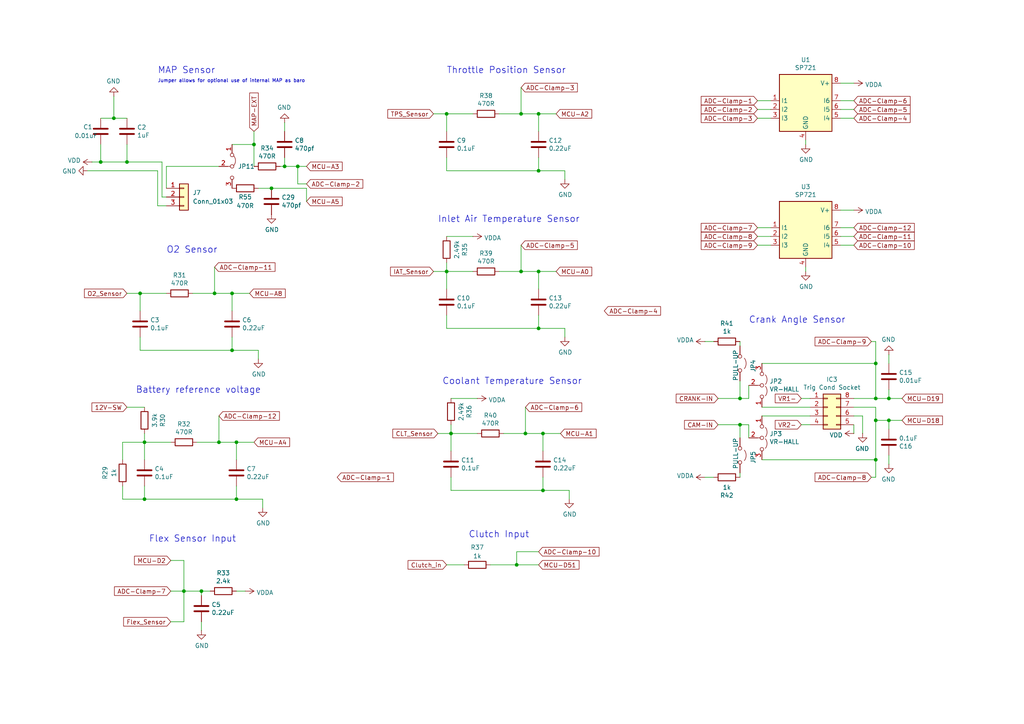
<source format=kicad_sch>
(kicad_sch (version 20250114) (generator "eeschema") (generator_version "9.0")
  (paper "A4")
  (title_block (title "0.4") (date "2021-03-27") (rev "4d") (company "Speeduino"))
  (lib_symbols
    (symbol "Connector_Generic:Conn_01x03" (pin_names (offset 1.016) (hide yes))
      (property "Reference" "J" (at 0 5.08 0))
      (property "Value" "Conn_01x03" (at 0 -5.08 0))
      (symbol "Conn_01x03_1_1"
        (rectangle (start -1.27 3.81) (end 1.27 -3.81) (stroke (width 0.254)) (fill (type background)))
        (rectangle (start -1.27 2.667) (end 0 2.413) (stroke (width 0.1524)))
        (rectangle (start -1.27 0.127) (end 0 -0.127) (stroke (width 0.1524)))
        (rectangle (start -1.27 -2.413) (end 0 -2.667) (stroke (width 0.1524)))
        (pin passive line (at -5.08 2.54 0) (length 3.81) (name "Pin_1") (number "1"))
        (pin passive line (at -5.08 0 0) (length 3.81) (name "Pin_2") (number "2"))
        (pin passive line (at -5.08 -2.54 0) (length 3.81) (name "Pin_3") (number "3"))
      )
    )
    (symbol "Connector_Generic:Conn_02x04_Counter_Clockwise" (pin_names (offset 1.016) (hide yes))
      (property "Reference" "J" (at 1.27 5.08 0))
      (property "Value" "Conn_02x04_Counter_Clockwise" (at 1.27 -7.62 0))
      (symbol "Conn_02x04_Counter_Clockwise_1_1"
        (rectangle (start -1.27 3.81) (end 3.81 -6.35) (stroke (width 0.254)) (fill (type background)))
        (rectangle (start -1.27 2.667) (end 0 2.413) (stroke (width 0.1524)))
        (rectangle (start -1.27 0.127) (end 0 -0.127) (stroke (width 0.1524)))
        (rectangle (start -1.27 -2.413) (end 0 -2.667) (stroke (width 0.1524)))
        (rectangle (start -1.27 -4.953) (end 0 -5.207) (stroke (width 0.1524)))
        (rectangle (start 3.81 2.667) (end 2.54 2.413) (stroke (width 0.1524)))
        (rectangle (start 3.81 0.127) (end 2.54 -0.127) (stroke (width 0.1524)))
        (rectangle (start 3.81 -2.413) (end 2.54 -2.667) (stroke (width 0.1524)))
        (rectangle (start 3.81 -4.953) (end 2.54 -5.207) (stroke (width 0.1524)))
        (pin passive line (at -5.08 2.54 0) (length 3.81) (name "Pin_1") (number "1"))
        (pin passive line (at -5.08 0 0) (length 3.81) (name "Pin_2") (number "2"))
        (pin passive line (at -5.08 -2.54 0) (length 3.81) (name "Pin_3") (number "3"))
        (pin passive line (at -5.08 -5.08 0) (length 3.81) (name "Pin_4") (number "4"))
        (pin passive line (at 7.62 2.54 180) (length 3.81) (name "Pin_8") (number "8"))
        (pin passive line (at 7.62 0 180) (length 3.81) (name "Pin_7") (number "7"))
        (pin passive line (at 7.62 -2.54 180) (length 3.81) (name "Pin_6") (number "6"))
        (pin passive line (at 7.62 -5.08 180) (length 3.81) (name "Pin_5") (number "5"))
      )
    )
    (symbol "Device:C" (pin_numbers (hide yes)) (pin_names (offset 0.254))
      (property "Reference" "C" (at 0.635 2.54 0))
      (property "Value" "C" (at 0.635 -2.54 0))
      (symbol "C_0_1"
        (polyline (pts (xy -2.032 0.762) (xy 2.032 0.762)) (stroke (width 0.508)))
        (polyline (pts (xy -2.032 -0.762) (xy 2.032 -0.762)) (stroke (width 0.508)))
      )
      (symbol "C_1_1"
        (pin passive line (at 0 3.81 270) (length 2.794) (name "~") (number "1"))
        (pin passive line (at 0 -3.81 90) (length 2.794) (name "~") (number "2"))
      )
    )
    (symbol "Device:R" (pin_numbers (hide yes)) (pin_names (offset 0))
      (property "Reference" "R" (at 2.032 0 90))
      (property "Value" "R" (at 0 0 90))
      (symbol "R_0_1"
        (rectangle (start -1.016 -2.54) (end 1.016 2.54) (stroke (width 0.254)))
      )
      (symbol "R_1_1"
        (pin passive line (at 0 3.81 270) (length 1.27) (name "~") (number "1"))
        (pin passive line (at 0 -3.81 90) (length 1.27) (name "~") (number "2"))
      )
    )
    (symbol "IC_Automotive:SP721"
      (property "Reference" "U" (at 0 15.875 0))
      (property "Value" "IC_Automotive_SP721" (at 0 13.97 0))
      (symbol "SP721_0_1"
        (rectangle (start -7.62 -3.81) (end 7.62 12.7) (stroke (width 0.254)) (fill (type background)))
      )
      (symbol "SP721_1_1"
        (pin input line (at -10.16 5.08 0) (length 2.54) (name "I1") (number "1"))
        (pin input line (at -10.16 2.54 0) (length 2.54) (name "I2") (number "2"))
        (pin input line (at -10.16 0 0) (length 2.54) (name "I3") (number "3"))
        (pin power_in line (at 0 -6.35 90) (length 2.54) (name "GND") (number "4"))
        (pin power_in line (at 10.16 10.16 180) (length 2.54) (name "V+") (number "8"))
        (pin input line (at 10.16 5.08 180) (length 2.54) (name "I6") (number "7"))
        (pin input line (at 10.16 2.54 180) (length 2.54) (name "I5") (number "6"))
        (pin input line (at 10.16 0 180) (length 2.54) (name "I4") (number "5"))
      )
    )
    (symbol "Jumper:Jumper_2_Open" (pin_numbers (hide yes)) (pin_names (offset 0) (hide yes))
      (property "Reference" "JP" (at 0 2.794 0))
      (property "Value" "Jumper_2_Open" (at 0 -2.286 0))
      (symbol "Jumper_2_Open_0_0"
        (circle (center -2.032 0) (radius 0.508))
        (circle (center 2.032 0) (radius 0.508))
      )
      (symbol "Jumper_2_Open_0_1"
        (arc (start -1.524 1.27) (mid 0 1.778) (end 1.524 1.27))
      )
      (symbol "Jumper_2_Open_1_1"
        (pin passive line (at -5.08 0 0) (length 2.54) (name "A") (number "1"))
        (pin passive line (at 5.08 0 180) (length 2.54) (name "B") (number "2"))
      )
    )
    (symbol "Jumper:Jumper_3_Bridged12" (pin_names (offset 0) (hide yes)) (in_bom no)
      (property "Reference" "JP" (at -2.54 -2.54 0))
      (property "Value" "Jumper_3_Bridged12" (at 0 2.794 0))
      (symbol "Jumper_3_Bridged12_0_0"
        (circle (center -3.302 0) (radius 0.508))
        (circle (center 0 0) (radius 0.508))
        (circle (center 3.302 0) (radius 0.508))
      )
      (symbol "Jumper_3_Bridged12_0_1"
        (arc (start -3.048 0.508) (mid -1.651 0.9912) (end -0.254 0.508))
        (polyline (pts (xy 0 -1.27) (xy 0 -0.508)))
      )
      (symbol "Jumper_3_Bridged12_1_1"
        (pin passive line (at -6.35 0 0) (length 2.54) (name "A") (number "1"))
        (pin passive line (at 0 -3.81 90) (length 2.54) (name "C") (number "2"))
        (pin passive line (at 6.35 0 180) (length 2.54) (name "B") (number "3"))
      )
    )
    (symbol "Jumper:Jumper_3_Open" (pin_names (offset 0) (hide yes)) (in_bom no)
      (property "Reference" "JP" (at -2.54 -2.54 0))
      (property "Value" "Jumper_3_Open" (at 0 2.794 0))
      (symbol "Jumper_3_Open_0_0"
        (circle (center -3.302 0) (radius 0.508))
        (circle (center 0 0) (radius 0.508))
        (circle (center 3.302 0) (radius 0.508))
      )
      (symbol "Jumper_3_Open_0_1"
        (arc (start -3.048 1.016) (mid -1.651 1.4992) (end -0.254 1.016))
        (polyline (pts (xy 0 -0.508) (xy 0 -1.27)))
        (arc (start 0.254 1.016) (mid 1.651 1.4992) (end 3.048 1.016))
      )
      (symbol "Jumper_3_Open_1_1"
        (pin passive line (at -6.35 0 0) (length 2.54) (name "A") (number "1"))
        (pin passive line (at 0 -3.81 90) (length 2.54) (name "C") (number "2"))
        (pin passive line (at 6.35 0 180) (length 2.54) (name "B") (number "3"))
      )
    )
    (symbol "power:GND" (power) (pin_numbers (hide yes)) (pin_names (offset 0) (hide yes))
      (property "Value" "GND" (at 0 -3.81 0))
      (symbol "GND_0_1"
        (polyline (pts (xy 0 0) (xy 0 -1.27) (xy 1.27 -1.27) (xy 0 -2.54) (xy -1.27 -1.27) (xy 0 -1.27)))
      )
      (symbol "GND_1_1"
        (pin power_in line (at 0 0 270) (length 0) (name "~") (number "1"))
      )
    )
    (symbol "power:VDD" (power) (pin_numbers (hide yes)) (pin_names (offset 0) (hide yes))
      (property "Value" "VDD" (at 0 3.556 0))
      (symbol "VDD_0_1"
        (polyline (pts (xy -0.762 1.27) (xy 0 2.54)))
        (polyline (pts (xy 0 2.54) (xy 0.762 1.27)))
        (polyline (pts (xy 0 0) (xy 0 2.54)))
      )
      (symbol "VDD_1_1"
        (pin power_in line (at 0 0 90) (length 0) (name "~") (number "1"))
      )
    )
    (symbol "power:VDDA" (power) (pin_numbers (hide yes)) (pin_names (offset 0) (hide yes))
      (property "Value" "VDDA" (at 0 3.556 0))
      (symbol "VDDA_0_1"
        (polyline (pts (xy -0.762 1.27) (xy 0 2.54)))
        (polyline (pts (xy 0 2.54) (xy 0.762 1.27)))
        (polyline (pts (xy 0 0) (xy 0 2.54)))
      )
      (symbol "VDDA_1_1"
        (pin power_in line (at 0 0 90) (length 0) (name "~") (number "1"))
      )
    )
  )
  (text "Coolant Temperature Sensor" (at 128.27 111.76 0) (effects (font (size 1.8796 1.8796)) (justify left bottom)))
  (text "Jumper allows for optional use of internal MAP as baro" (at 45.72 24.13 0) (effects (font (size 0.9906 0.9906)) (justify left bottom)))
  (text "MAP Sensor" (at 45.72 21.59 0) (effects (font (size 1.8796 1.8796)) (justify left bottom)))
  (text "Crank Angle Sensor" (at 217.17 93.98 0) (effects (font (size 1.8796 1.8796)) (justify left bottom)))
  (text "Battery reference voltage" (at 39.37 114.3 0) (effects (font (size 1.8796 1.8796)) (justify left bottom)))
  (text "Throttle Position Sensor" (at 129.54 21.59 0) (effects (font (size 1.8796 1.8796)) (justify left bottom)))
  (text "Inlet Air Temperature Sensor" (at 127 64.77 0) (effects (font (size 1.8796 1.8796)) (justify left bottom)))
  (text "O2 Sensor" (at 48.26 73.66 0) (effects (font (size 1.8796 1.8796)) (justify left bottom)))
  (text "Flex Sensor Input" (at 43.18 157.48 0) (effects (font (size 1.8796 1.8796)) (justify left bottom)))
  (text "Clutch Input" (at 135.89 156.21 0) (effects (font (size 1.8796 1.8796)) (justify left bottom)))
  (junction (at 58.42 171.45))
  (junction (at 156.21 95.25))
  (junction (at 41.91 128.27))
  (junction (at 156.21 78.74))
  (junction (at 33.02 34.29))
  (junction (at 129.54 78.74))
  (junction (at 156.21 49.53))
  (junction (at 73.66 41.91))
  (junction (at 130.81 125.73))
  (junction (at 86.36 48.26))
  (junction (at 129.54 33.02))
  (junction (at 152.4 125.73))
  (junction (at 29.21 46.99))
  (junction (at 257.81 115.57))
  (junction (at 157.48 125.73))
  (junction (at 41.91 144.78))
  (junction (at 82.55 48.26))
  (junction (at 151.13 78.74))
  (junction (at 151.13 33.02))
  (junction (at 63.5 128.27))
  (junction (at 254 115.57))
  (junction (at 67.31 85.09))
  (junction (at 254 133.35))
  (junction (at 53.34 171.45))
  (junction (at 157.48 142.24))
  (junction (at 78.74 54.61))
  (junction (at 214.63 115.57))
  (junction (at 40.64 85.09))
  (junction (at 214.63 123.19))
  (junction (at 68.58 144.78))
  (junction (at 36.83 46.99))
  (junction (at 254 121.92))
  (junction (at 67.31 101.6))
  (junction (at 156.21 33.02))
  (junction (at 254 105.41))
  (junction (at 68.58 128.27))
  (junction (at 257.81 121.92))
  (junction (at 62.23 85.09))
  (junction (at 149.86 163.83))
  (wire (pts (xy 36.83 118.11) (xy 41.91 118.11)))
  (wire (pts (xy 58.42 172.72) (xy 58.42 171.45)))
  (wire (pts (xy 68.58 128.27) (xy 68.58 133.35)))
  (wire (pts (xy 217.17 115.57) (xy 217.17 111.76)))
  (wire (pts (xy 68.58 171.45) (xy 71.12 171.45)))
  (wire (pts (xy 41.91 125.73) (xy 41.91 128.27)))
  (wire (pts (xy 252.73 138.43) (xy 254 138.43)))
  (wire (pts (xy 243.84 68.58) (xy 247.65 68.58)))
  (wire (pts (xy 254 115.57) (xy 257.81 115.57)))
  (wire (pts (xy 220.98 133.35) (xy 254 133.35)))
  (wire (pts (xy 208.28 115.57) (xy 214.63 115.57)))
  (wire (pts (xy 247.65 71.12) (xy 243.84 71.12)))
  (wire (pts (xy 257.81 115.57) (xy 257.81 113.03)))
  (wire (pts (xy 261.62 115.57) (xy 257.81 115.57)))
  (wire (pts (xy 214.63 115.57) (xy 217.17 115.57)))
  (wire (pts (xy 67.31 97.79) (xy 67.31 101.6)))
  (wire (pts (xy 151.13 33.02) (xy 156.21 33.02)))
  (wire (pts (xy 214.63 127) (xy 214.63 123.19)))
  (wire (pts (xy 67.31 101.6) (xy 74.93 101.6)))
  (wire (pts (xy 252.73 99.06) (xy 254 99.06)))
  (wire (pts (xy 137.16 68.58) (xy 129.54 68.58)))
  (wire (pts (xy 40.64 85.09) (xy 48.26 85.09)))
  (wire (pts (xy 219.71 66.04) (xy 223.52 66.04)))
  (wire (pts (xy 247.65 123.19) (xy 247.65 125.73)))
  (wire (pts (xy 254 121.92) (xy 257.81 121.92)))
  (wire (pts (xy 53.34 180.34) (xy 53.34 171.45)))
  (wire (pts (xy 223.52 68.58) (xy 219.71 68.58)))
  (wire (pts (xy 62.23 85.09) (xy 67.31 85.09)))
  (wire (pts (xy 40.64 97.79) (xy 40.64 101.6)))
  (wire (pts (xy 53.34 171.45) (xy 49.53 171.45)))
  (wire (pts (xy 254 99.06) (xy 254 105.41)))
  (wire (pts (xy 53.34 162.56) (xy 53.34 171.45)))
  (wire (pts (xy 163.83 95.25) (xy 163.83 97.79)))
  (wire (pts (xy 41.91 128.27) (xy 49.53 128.27)))
  (wire (pts (xy 130.81 125.73) (xy 138.43 125.73)))
  (wire (pts (xy 41.91 133.35) (xy 41.91 128.27)))
  (wire (pts (xy 233.68 77.47) (xy 233.68 78.74)))
  (wire (pts (xy 88.9 54.61) (xy 78.74 54.61)))
  (wire (pts (xy 214.63 137.16) (xy 214.63 138.43)))
  (wire (pts (xy 254 105.41) (xy 254 115.57)))
  (wire (pts (xy 129.54 33.02) (xy 137.16 33.02)))
  (wire (pts (xy 161.29 33.02) (xy 156.21 33.02)))
  (wire (pts (xy 62.23 77.47) (xy 62.23 85.09)))
  (wire (pts (xy 223.52 31.75) (xy 219.71 31.75)))
  (wire (pts (xy 163.83 49.53) (xy 163.83 52.07)))
  (wire (pts (xy 58.42 171.45) (xy 53.34 171.45)))
  (wire (pts (xy 130.81 138.43) (xy 130.81 142.24)))
  (wire (pts (xy 125.73 33.02) (xy 129.54 33.02)))
  (wire (pts (xy 63.5 128.27) (xy 68.58 128.27)))
  (wire (pts (xy 26.67 46.99) (xy 29.21 46.99)))
  (wire (pts (xy 157.48 138.43) (xy 157.48 142.24)))
  (wire (pts (xy 219.71 34.29) (xy 223.52 34.29)))
  (wire (pts (xy 129.54 95.25) (xy 156.21 95.25)))
  (wire (pts (xy 88.9 58.42) (xy 88.9 54.61)))
  (wire (pts (xy 247.65 60.96) (xy 243.84 60.96)))
  (wire (pts (xy 36.83 85.09) (xy 40.64 85.09)))
  (wire (pts (xy 254 121.92) (xy 254 118.11)))
  (wire (pts (xy 214.63 99.06) (xy 214.63 100.33)))
  (wire (pts (xy 247.65 66.04) (xy 243.84 66.04)))
  (wire (pts (xy 243.84 34.29) (xy 247.65 34.29)))
  (wire (pts (xy 129.54 45.72) (xy 129.54 49.53)))
  (wire (pts (xy 217.17 123.19) (xy 217.17 127)))
  (wire (pts (xy 48.26 57.15) (xy 46.99 57.15)))
  (wire (pts (xy 129.54 76.2) (xy 129.54 78.74)))
  (wire (pts (xy 152.4 118.11) (xy 152.4 125.73)))
  (wire (pts (xy 152.4 125.73) (xy 157.48 125.73)))
  (wire (pts (xy 130.81 142.24) (xy 157.48 142.24)))
  (wire (pts (xy 254 118.11) (xy 247.65 118.11)))
  (wire (pts (xy 243.84 29.21) (xy 247.65 29.21)))
  (wire (pts (xy 73.66 38.1) (xy 73.66 41.91)))
  (wire (pts (xy 156.21 95.25) (xy 163.83 95.25)))
  (wire (pts (xy 74.93 54.61) (xy 78.74 54.61)))
  (wire (pts (xy 46.99 46.99) (xy 36.83 46.99)))
  (wire (pts (xy 219.71 71.12) (xy 223.52 71.12)))
  (wire (pts (xy 151.13 71.12) (xy 151.13 78.74)))
  (wire (pts (xy 257.81 121.92) (xy 257.81 124.46)))
  (wire (pts (xy 129.54 49.53) (xy 156.21 49.53)))
  (wire (pts (xy 165.1 142.24) (xy 165.1 144.78)))
  (wire (pts (xy 219.71 29.21) (xy 223.52 29.21)))
  (wire (pts (xy 33.02 34.29) (xy 33.02 27.94)))
  (wire (pts (xy 35.56 140.97) (xy 35.56 144.78)))
  (wire (pts (xy 138.43 115.57) (xy 130.81 115.57)))
  (wire (pts (xy 29.21 34.29) (xy 33.02 34.29)))
  (wire (pts (xy 204.47 138.43) (xy 207.01 138.43)))
  (wire (pts (xy 247.65 120.65) (xy 250.19 120.65)))
  (wire (pts (xy 67.31 85.09) (xy 67.31 90.17)))
  (wire (pts (xy 144.78 78.74) (xy 151.13 78.74)))
  (wire (pts (xy 156.21 91.44) (xy 156.21 95.25)))
  (wire (pts (xy 156.21 78.74) (xy 156.21 83.82)))
  (wire (pts (xy 220.98 120.65) (xy 234.95 120.65)))
  (wire (pts (xy 261.62 121.92) (xy 257.81 121.92)))
  (wire (pts (xy 149.86 160.02) (xy 149.86 163.83)))
  (wire (pts (xy 247.65 31.75) (xy 243.84 31.75)))
  (wire (pts (xy 60.96 171.45) (xy 58.42 171.45)))
  (wire (pts (xy 82.55 48.26) (xy 86.36 48.26)))
  (wire (pts (xy 247.65 24.13) (xy 243.84 24.13)))
  (wire (pts (xy 157.48 125.73) (xy 157.48 130.81)))
  (wire (pts (xy 36.83 46.99) (xy 36.83 41.91)))
  (wire (pts (xy 58.42 182.88) (xy 58.42 180.34)))
  (wire (pts (xy 57.15 128.27) (xy 63.5 128.27)))
  (wire (pts (xy 49.53 162.56) (xy 53.34 162.56)))
  (wire (pts (xy 220.98 118.11) (xy 234.95 118.11)))
  (wire (pts (xy 35.56 133.35) (xy 35.56 128.27)))
  (wire (pts (xy 232.41 115.57) (xy 234.95 115.57)))
  (wire (pts (xy 214.63 123.19) (xy 217.17 123.19)))
  (wire (pts (xy 35.56 144.78) (xy 41.91 144.78)))
  (wire (pts (xy 73.66 41.91) (xy 73.66 48.26)))
  (wire (pts (xy 250.19 120.65) (xy 250.19 125.73)))
  (wire (pts (xy 129.54 78.74) (xy 137.16 78.74)))
  (wire (pts (xy 156.21 160.02) (xy 149.86 160.02)))
  (wire (pts (xy 214.63 110.49) (xy 214.63 115.57)))
  (wire (pts (xy 82.55 38.1) (xy 82.55 35.56)))
  (wire (pts (xy 74.93 101.6) (xy 74.93 104.14)))
  (wire (pts (xy 149.86 163.83) (xy 156.21 163.83)))
  (wire (pts (xy 162.56 125.73) (xy 157.48 125.73)))
  (wire (pts (xy 48.26 59.69) (xy 45.72 59.69)))
  (wire (pts (xy 55.88 85.09) (xy 62.23 85.09)))
  (wire (pts (xy 144.78 33.02) (xy 151.13 33.02)))
  (wire (pts (xy 81.28 48.26) (xy 82.55 48.26)))
  (wire (pts (xy 73.66 128.27) (xy 68.58 128.27)))
  (wire (pts (xy 129.54 163.83) (xy 134.62 163.83)))
  (wire (pts (xy 25.4 49.53) (xy 45.72 49.53)))
  (wire (pts (xy 125.73 78.74) (xy 129.54 78.74)))
  (wire (pts (xy 82.55 48.26) (xy 82.55 45.72)))
  (wire (pts (xy 49.53 180.34) (xy 53.34 180.34)))
  (wire (pts (xy 35.56 128.27) (xy 41.91 128.27)))
  (wire (pts (xy 129.54 83.82) (xy 129.54 78.74)))
  (wire (pts (xy 29.21 46.99) (xy 29.21 41.91)))
  (wire (pts (xy 63.5 48.26) (xy 48.26 48.26)))
  (wire (pts (xy 33.02 34.29) (xy 36.83 34.29)))
  (wire (pts (xy 46.99 57.15) (xy 46.99 46.99)))
  (wire (pts (xy 40.64 90.17) (xy 40.64 85.09)))
  (wire (pts (xy 41.91 140.97) (xy 41.91 144.78)))
  (wire (pts (xy 41.91 144.78) (xy 68.58 144.78)))
  (wire (pts (xy 208.28 123.19) (xy 214.63 123.19)))
  (wire (pts (xy 247.65 115.57) (xy 254 115.57)))
  (wire (pts (xy 204.47 99.06) (xy 207.01 99.06)))
  (wire (pts (xy 130.81 123.19) (xy 130.81 125.73)))
  (wire (pts (xy 86.36 48.26) (xy 88.9 48.26)))
  (wire (pts (xy 130.81 130.81) (xy 130.81 125.73)))
  (wire (pts (xy 67.31 41.91) (xy 73.66 41.91)))
  (wire (pts (xy 45.72 59.69) (xy 45.72 49.53)))
  (wire (pts (xy 257.81 102.87) (xy 257.81 105.41)))
  (wire (pts (xy 156.21 49.53) (xy 163.83 49.53)))
  (wire (pts (xy 254 133.35) (xy 254 121.92)))
  (wire (pts (xy 254 138.43) (xy 254 133.35)))
  (wire (pts (xy 151.13 25.4) (xy 151.13 33.02)))
  (wire (pts (xy 127 125.73) (xy 130.81 125.73)))
  (wire (pts (xy 220.98 105.41) (xy 254 105.41)))
  (wire (pts (xy 68.58 144.78) (xy 76.2 144.78)))
  (wire (pts (xy 157.48 142.24) (xy 165.1 142.24)))
  (wire (pts (xy 76.2 144.78) (xy 76.2 147.32)))
  (wire (pts (xy 86.36 53.34) (xy 86.36 48.26)))
  (wire (pts (xy 146.05 125.73) (xy 152.4 125.73)))
  (wire (pts (xy 233.68 41.91) (xy 233.68 40.64)))
  (wire (pts (xy 129.54 91.44) (xy 129.54 95.25)))
  (wire (pts (xy 151.13 78.74) (xy 156.21 78.74)))
  (wire (pts (xy 257.81 134.62) (xy 257.81 132.08)))
  (wire (pts (xy 161.29 78.74) (xy 156.21 78.74)))
  (wire (pts (xy 156.21 33.02) (xy 156.21 38.1)))
  (wire (pts (xy 29.21 46.99) (xy 36.83 46.99)))
  (wire (pts (xy 232.41 123.19) (xy 234.95 123.19)))
  (wire (pts (xy 156.21 45.72) (xy 156.21 49.53)))
  (wire (pts (xy 72.39 85.09) (xy 67.31 85.09)))
  (wire (pts (xy 142.24 163.83) (xy 149.86 163.83)))
  (wire (pts (xy 68.58 140.97) (xy 68.58 144.78)))
  (wire (pts (xy 63.5 120.65) (xy 63.5 128.27)))
  (wire (pts (xy 48.26 48.26) (xy 48.26 54.61)))
  (wire (pts (xy 88.9 53.34) (xy 86.36 53.34)))
  (wire (pts (xy 40.64 101.6) (xy 67.31 101.6)))
  (wire (pts (xy 129.54 38.1) (xy 129.54 33.02)))
  (global_label "VR2-" (shape input) (at 232.41 123.19 180) (property "Intersheetrefs" "${INTERSHEET_REFS}" (effects (hide yes))))
  (global_label "ADC-Clamp-2" (shape input) (at 88.9 53.34 0) (property "Intersheetrefs" "${INTERSHEET_REFS}" (effects (hide yes))))
  (global_label "MCU-A4" (shape input) (at 73.66 128.27 0) (property "Intersheetrefs" "${INTERSHEET_REFS}" (effects (hide yes))))
  (global_label "CAM-IN" (shape input) (at 208.28 123.19 180) (property "Intersheetrefs" "${INTERSHEET_REFS}" (effects (hide yes))))
  (global_label "ADC-Clamp-1" (shape input) (at 97.79 138.43 0) (property "Intersheetrefs" "${INTERSHEET_REFS}" (effects (hide yes))))
  (global_label "MCU-A0" (shape input) (at 161.29 78.74 0) (property "Intersheetrefs" "${INTERSHEET_REFS}" (effects (hide yes))))
  (global_label "CLT_Sensor" (shape input) (at 127 125.73 180) (property "Intersheetrefs" "${INTERSHEET_REFS}" (effects (hide yes))))
  (global_label "ADC-Clamp-10" (shape input) (at 156.21 160.02 0) (property "Intersheetrefs" "${INTERSHEET_REFS}" (effects (hide yes))))
  (global_label "ADC-Clamp-9" (shape input) (at 219.71 71.12 180) (property "Intersheetrefs" "${INTERSHEET_REFS}" (effects (hide yes))))
  (global_label "VR1-" (shape input) (at 232.41 115.57 180) (property "Intersheetrefs" "${INTERSHEET_REFS}" (effects (hide yes))))
  (global_label "12V-SW" (shape input) (at 36.83 118.11 180) (property "Intersheetrefs" "${INTERSHEET_REFS}" (effects (hide yes))))
  (global_label "ADC-Clamp-5" (shape input) (at 151.13 71.12 0) (property "Intersheetrefs" "${INTERSHEET_REFS}" (effects (hide yes))))
  (global_label "MCU-D18" (shape input) (at 261.62 121.92 0) (property "Intersheetrefs" "${INTERSHEET_REFS}" (effects (hide yes))))
  (global_label "MCU-A2" (shape input) (at 161.29 33.02 0) (property "Intersheetrefs" "${INTERSHEET_REFS}" (effects (hide yes))))
  (global_label "MCU-A5" (shape input) (at 88.9 58.42 0) (property "Intersheetrefs" "${INTERSHEET_REFS}" (effects (hide yes))))
  (global_label "O2_Sensor" (shape input) (at 36.83 85.09 180) (property "Intersheetrefs" "${INTERSHEET_REFS}" (effects (hide yes))))
  (global_label "MCU-A8" (shape input) (at 72.39 85.09 0) (property "Intersheetrefs" "${INTERSHEET_REFS}" (effects (hide yes))))
  (global_label "TPS_Sensor" (shape input) (at 125.73 33.02 180) (property "Intersheetrefs" "${INTERSHEET_REFS}" (effects (hide yes))))
  (global_label "ADC-Clamp-2" (shape input) (at 219.71 31.75 180) (property "Intersheetrefs" "${INTERSHEET_REFS}" (effects (hide yes))))
  (global_label "IAT_Sensor" (shape input) (at 125.73 78.74 180) (property "Intersheetrefs" "${INTERSHEET_REFS}" (effects (hide yes))))
  (global_label "ADC-Clamp-12" (shape input) (at 63.5 120.65 0) (property "Intersheetrefs" "${INTERSHEET_REFS}" (effects (hide yes))))
  (global_label "ADC-Clamp-12" (shape input) (at 247.65 66.04 0) (property "Intersheetrefs" "${INTERSHEET_REFS}" (effects (hide yes))))
  (global_label "ADC-Clamp-7" (shape input) (at 49.53 171.45 180) (property "Intersheetrefs" "${INTERSHEET_REFS}" (effects (hide yes))))
  (global_label "ADC-Clamp-5" (shape input) (at 247.65 31.75 0) (property "Intersheetrefs" "${INTERSHEET_REFS}" (effects (hide yes))))
  (global_label "MCU-D51" (shape input) (at 156.21 163.83 0) (property "Intersheetrefs" "${INTERSHEET_REFS}" (effects (hide yes))))
  (global_label "ADC-Clamp-8" (shape input) (at 219.71 68.58 180) (property "Intersheetrefs" "${INTERSHEET_REFS}" (effects (hide yes))))
  (global_label "MCU-D19" (shape input) (at 261.62 115.57 0) (property "Intersheetrefs" "${INTERSHEET_REFS}" (effects (hide yes))))
  (global_label "ADC-Clamp-10" (shape input) (at 247.65 71.12 0) (property "Intersheetrefs" "${INTERSHEET_REFS}" (effects (hide yes))))
  (global_label "ADC-Clamp-6" (shape input) (at 152.4 118.11 0) (property "Intersheetrefs" "${INTERSHEET_REFS}" (effects (hide yes))))
  (global_label "ADC-Clamp-6" (shape input) (at 247.65 29.21 0) (property "Intersheetrefs" "${INTERSHEET_REFS}" (effects (hide yes))))
  (global_label "CRANK-IN" (shape input) (at 208.28 115.57 180) (property "Intersheetrefs" "${INTERSHEET_REFS}" (effects (hide yes))))
  (global_label "ADC-Clamp-11" (shape input) (at 62.23 77.47 0) (property "Intersheetrefs" "${INTERSHEET_REFS}" (effects (hide yes))))
  (global_label "MCU-A3" (shape input) (at 88.9 48.26 0) (property "Intersheetrefs" "${INTERSHEET_REFS}" (effects (hide yes))))
  (global_label "MAP-EXT" (shape input) (at 73.66 38.1 90) (property "Intersheetrefs" "${INTERSHEET_REFS}" (effects (hide yes))))
  (global_label "ADC-Clamp-1" (shape input) (at 219.71 29.21 180) (property "Intersheetrefs" "${INTERSHEET_REFS}" (effects (hide yes))))
  (global_label "ADC-Clamp-4" (shape input) (at 175.26 90.17 0) (property "Intersheetrefs" "${INTERSHEET_REFS}" (effects (hide yes))))
  (global_label "ADC-Clamp-4" (shape input) (at 247.65 34.29 0) (property "Intersheetrefs" "${INTERSHEET_REFS}" (effects (hide yes))))
  (global_label "ADC-Clamp-3" (shape input) (at 219.71 34.29 180) (property "Intersheetrefs" "${INTERSHEET_REFS}" (effects (hide yes))))
  (global_label "Clutch_in" (shape input) (at 129.54 163.83 180) (property "Intersheetrefs" "${INTERSHEET_REFS}" (effects (hide yes))))
  (global_label "MCU-D2" (shape input) (at 49.53 162.56 180) (property "Intersheetrefs" "${INTERSHEET_REFS}" (effects (hide yes))))
  (global_label "MCU-A1" (shape input) (at 162.56 125.73 0) (property "Intersheetrefs" "${INTERSHEET_REFS}" (effects (hide yes))))
  (global_label "ADC-Clamp-8" (shape input) (at 252.73 138.43 180) (property "Intersheetrefs" "${INTERSHEET_REFS}" (effects (hide yes))))
  (global_label "ADC-Clamp-11" (shape input) (at 247.65 68.58 0) (property "Intersheetrefs" "${INTERSHEET_REFS}" (effects (hide yes))))
  (global_label "ADC-Clamp-9" (shape input) (at 252.73 99.06 180) (property "Intersheetrefs" "${INTERSHEET_REFS}" (effects (hide yes))))
  (global_label "Flex_Sensor" (shape input) (at 49.53 180.34 180) (property "Intersheetrefs" "${INTERSHEET_REFS}" (effects (hide yes))))
  (global_label "ADC-Clamp-3" (shape input) (at 151.13 25.4 0) (property "Intersheetrefs" "${INTERSHEET_REFS}" (effects (hide yes))))
  (global_label "ADC-Clamp-7" (shape input) (at 219.71 66.04 180) (property "Intersheetrefs" "${INTERSHEET_REFS}" (effects (hide yes))))
  (symbol (lib_id "power:GND") (at 25.4 49.53 270) (unit 1)
    (property "Reference" "#PWR023" (effects (hide yes)))
    (property "Value" "GND" (at 22.1488 49.657 90) (effects (justify right)))
  )
  (symbol (lib_id "power:GND") (at 82.55 35.56 180) (unit 1)
    (property "Reference" "#PWR029" (effects (hide yes)))
    (property "Value" "GND" (at 82.423 31.1658 0))
  )
  (symbol (lib_id "Device:C") (at 82.55 41.91 0) (unit 1)
    (property "Reference" "C8" (at 85.471 40.7416 0) (effects (justify left)))
    (property "Value" "470pf" (at 85.471 43.053 0) (effects (justify left)))
    (property "Footprint" "Capacitor_THT:C_Disc_D5.0mm_W2.5mm_P2.50mm" (effects (hide yes)))
    (property "Digikey Part Number" "445-180522-1-ND" (effects (hide yes)))
    (property "Manufacturer_Name" "TDK" (effects (hide yes)))
    (property "Manufacturer_Part_Number" "FA18NP01H471JNU06" (effects (hide yes)))
    (property "URL" "https://www.digikey.com.au/product-detail/en/tdk-corporation/FA18NP01H471JNU06/445-180522-1-ND/9560648" (effects (hide yes)))
  )
  (symbol (lib_id "Device:R") (at 77.47 48.26 270) (unit 1)
    (property "Reference" "R34" (at 77.47 43.0022 90))
    (property "Value" "470R" (at 77.47 45.3136 90))
    (property "Footprint" "Resistor_THT:R_Axial_DIN0204_L3.6mm_D1.6mm_P5.08mm_Horizontal" (effects (hide yes)))
    (property "Manufacturer_Name" "Vishay" (effects (hide yes)))
    (property "Manufacturer_Part_Number" "MBA02040C4700FRP00" (effects (hide yes)))
    (property "URL" "https://www.digikey.com.au/product-detail/en/vishay-beyschlag-draloric-bc-components/MBA02040C4700FRP00/BC3516CT-ND/7350946" (effects (hide yes)))
    (property "Digikey Part Number" "BC3516CT-ND" (effects (hide yes)))
  )
  (symbol (lib_id "Device:C") (at 29.21 38.1 0) (unit 1)
    (property "Reference" "C1" (at 24.13 36.83 0) (effects (justify left)))
    (property "Value" "0.01uF" (at 21.59 39.37 0) (effects (justify left)))
    (property "Footprint" "Capacitor_THT:C_Disc_D5.0mm_W2.5mm_P2.50mm" (effects (hide yes)))
    (property "Digikey Part Number" "445-174244-1-ND" (effects (hide yes)))
    (property "Manufacturer_Name" "TDK" (effects (hide yes)))
    (property "Manufacturer_Part_Number" "FA18X7R1H103KNU06" (effects (hide yes)))
    (property "URL" "https://www.digikey.com.au/product-detail/en/tdk-corporation/FA18X7R1H103KNU06/445-174244-1-ND/5865002" (effects (hide yes)))
  )
  (symbol (lib_id "Device:C") (at 36.83 38.1 0) (unit 1)
    (property "Reference" "C2" (at 39.751 36.9316 0) (effects (justify left)))
    (property "Value" "1uF" (at 39.751 39.243 0) (effects (justify left)))
    (property "Footprint" "Capacitor_THT:C_Disc_D5.0mm_W2.5mm_P2.50mm" (effects (hide yes)))
    (property "Digikey Part Number" "445-180543-1-ND" (effects (hide yes)))
    (property "Manufacturer_Name" "TDK" (effects (hide yes)))
    (property "Manufacturer_Part_Number" "FA18X7R1E105KRU06" (effects (hide yes)))
    (property "URL" "https://www.digikey.com.au/product-detail/en/tdk-corporation/FA18X7R1E105KRU06/445-180543-1-ND/9560669" (effects (hide yes)))
  )
  (symbol (lib_id "power:GND") (at 33.02 27.94 180) (unit 1)
    (property "Reference" "#PWR025" (effects (hide yes)))
    (property "Value" "GND" (at 32.893 23.5458 0))
  )
  (symbol (lib_id "Device:R") (at 210.82 99.06 270) (unit 1)
    (property "Reference" "R41" (at 210.82 93.8022 90))
    (property "Value" "1k" (at 210.82 96.1136 90))
    (property "Footprint" "Resistor_THT:R_Axial_DIN0204_L3.6mm_D1.6mm_P5.08mm_Horizontal" (effects (hide yes)))
    (property "Digikey Part Number" "BC1.00KXCT-ND" (effects (hide yes)))
    (property "Manufacturer_Name" "Vishay" (effects (hide yes)))
    (property "Manufacturer_Part_Number" "MBA02040C1001FRP00" (effects (hide yes)))
  )
  (symbol (lib_id "Device:C") (at 257.81 109.22 0) (unit 1)
    (property "Reference" "C15" (at 260.731 108.0516 0) (effects (justify left)))
    (property "Value" "0.01uF" (at 260.731 110.363 0) (effects (justify left)))
    (property "Footprint" "Capacitor_THT:C_Disc_D5.0mm_W2.5mm_P2.50mm" (effects (hide yes)))
    (property "Digikey Part Number" "445-174244-1-ND" (effects (hide yes)))
    (property "Manufacturer_Name" "TDK" (effects (hide yes)))
    (property "Manufacturer_Part_Number" "FA18X7R1H103KNU06" (effects (hide yes)))
    (property "URL" "https://www.digikey.com.au/product-detail/en/tdk-corporation/FA18X7R1H103KNU06/445-174244-1-ND/5865002" (effects (hide yes)))
  )
  (symbol (lib_id "power:GND") (at 257.81 102.87 180) (unit 1)
    (property "Reference" "#PWR040" (effects (hide yes)))
    (property "Value" "GND" (at 257.683 98.4758 0))
  )
  (symbol (lib_id "Device:R") (at 210.82 138.43 270) (mirror x) (unit 1)
    (property "Reference" "R42" (at 210.82 143.6878 90))
    (property "Value" "1k" (at 210.82 141.3764 90))
    (property "Footprint" "Resistor_THT:R_Axial_DIN0204_L3.6mm_D1.6mm_P5.08mm_Horizontal" (effects (hide yes)))
    (property "Digikey Part Number" "BC1.00KXCT-ND" (effects (hide yes)))
    (property "Manufacturer_Name" "Vishay" (effects (hide yes)))
    (property "Manufacturer_Part_Number" "MBA02040C1001FRP00" (effects (hide yes)))
  )
  (symbol (lib_id "Device:C") (at 257.81 128.27 0) (mirror x) (unit 1)
    (property "Reference" "C16" (at 260.731 129.4384 0) (effects (justify left)))
    (property "Value" "0.1uF" (at 260.731 127.127 0) (effects (justify left)))
    (property "Footprint" "Capacitor_THT:C_Disc_D5.0mm_W2.5mm_P2.50mm" (effects (hide yes)))
    (property "Digikey Part Number" "445-180563-1-ND" (effects (hide yes)))
    (property "Manufacturer_Name" "TDK" (effects (hide yes)))
    (property "Manufacturer_Part_Number" "FA18X8R1E104KNU06" (effects (hide yes)))
    (property "URL" "https://www.digikey.com.au/product-detail/en/tdk-corporation/FA18X8R1E104KNU06/445-180563-1-ND/9560689" (effects (hide yes)))
  )
  (symbol (lib_id "power:GND") (at 257.81 134.62 0) (mirror y) (unit 1)
    (property "Reference" "#PWR041" (effects (hide yes)))
    (property "Value" "GND" (at 257.683 139.0142 0))
  )
  (symbol (lib_id "power:GND") (at 233.68 41.91 0) (unit 1)
    (property "Reference" "#PWR039" (effects (hide yes)))
    (property "Value" "GND" (at 233.807 46.3042 0))
  )
  (symbol (lib_id "Device:R") (at 52.07 85.09 270) (unit 1)
    (property "Reference" "R31" (at 52.07 79.8322 90))
    (property "Value" "470R" (at 52.07 82.1436 90))
    (property "Footprint" "Resistor_THT:R_Axial_DIN0204_L3.6mm_D1.6mm_P5.08mm_Horizontal" (effects (hide yes)))
    (property "Manufacturer_Name" "Vishay" (effects (hide yes)))
    (property "Manufacturer_Part_Number" "MBA02040C4700FRP00" (effects (hide yes)))
    (property "URL" "https://www.digikey.com.au/product-detail/en/vishay-beyschlag-draloric-bc-components/MBA02040C4700FRP00/BC3516CT-ND/7350946" (effects (hide yes)))
    (property "Digikey Part Number" "BC3516CT-ND" (effects (hide yes)))
  )
  (symbol (lib_id "Device:C") (at 67.31 93.98 0) (unit 1)
    (property "Reference" "C6" (at 70.231 92.8116 0) (effects (justify left)))
    (property "Value" "0.22uF" (at 70.231 95.123 0) (effects (justify left)))
    (property "Footprint" "Capacitor_THT:C_Disc_D5.0mm_W2.5mm_P2.50mm" (effects (hide yes)))
    (property "Digikey Part Number" "445-180564-1-ND" (effects (hide yes)))
    (property "Manufacturer_Name" "TDK" (effects (hide yes)))
    (property "Manufacturer_Part_Number" "FA18X8R1E224KRU06" (effects (hide yes)))
    (property "URL" "https://www.digikey.com.au/product-detail/en/tdk-corporation/FA18X8R1E224KRU06/445-180564-1-ND/9560690" (effects (hide yes)))
  )
  (symbol (lib_id "Device:C") (at 40.64 93.98 0) (unit 1)
    (property "Reference" "C3" (at 43.561 92.8116 0) (effects (justify left)))
    (property "Value" "0.1uF" (at 43.561 95.123 0) (effects (justify left)))
    (property "Footprint" "Capacitor_THT:C_Disc_D5.0mm_W2.5mm_P2.50mm" (effects (hide yes)))
    (property "Digikey Part Number" "445-180563-1-ND" (effects (hide yes)))
    (property "Manufacturer_Name" "TDK" (effects (hide yes)))
    (property "Manufacturer_Part_Number" "FA18X8R1E104KNU06" (effects (hide yes)))
    (property "URL" "https://www.digikey.com.au/product-detail/en/tdk-corporation/FA18X8R1E104KNU06/445-180563-1-ND/9560689" (effects (hide yes)))
  )
  (symbol (lib_id "power:GND") (at 74.93 104.14 0) (unit 1)
    (property "Reference" "#PWR028" (effects (hide yes)))
    (property "Value" "GND" (at 75.057 108.5342 0))
  )
  (symbol (lib_id "Device:R") (at 140.97 33.02 270) (unit 1)
    (property "Reference" "R38" (at 140.97 27.7622 90))
    (property "Value" "470R" (at 140.97 30.0736 90))
    (property "Footprint" "Resistor_THT:R_Axial_DIN0204_L3.6mm_D1.6mm_P5.08mm_Horizontal" (effects (hide yes)))
    (property "Manufacturer_Name" "Vishay" (effects (hide yes)))
    (property "Manufacturer_Part_Number" "MBA02040C4700FRP00" (effects (hide yes)))
    (property "URL" "https://www.digikey.com.au/product-detail/en/vishay-beyschlag-draloric-bc-components/MBA02040C4700FRP00/BC3516CT-ND/7350946" (effects (hide yes)))
    (property "Digikey Part Number" "BC3516CT-ND" (effects (hide yes)))
  )
  (symbol (lib_id "Device:C") (at 156.21 41.91 0) (unit 1)
    (property "Reference" "C12" (at 159.131 40.7416 0) (effects (justify left)))
    (property "Value" "0.22uF" (at 159.131 43.053 0) (effects (justify left)))
    (property "Footprint" "Capacitor_THT:C_Disc_D5.0mm_W2.5mm_P2.50mm" (effects (hide yes)))
    (property "Digikey Part Number" "445-180564-1-ND" (effects (hide yes)))
    (property "Manufacturer_Name" "TDK" (effects (hide yes)))
    (property "Manufacturer_Part_Number" "FA18X8R1E224KRU06" (effects (hide yes)))
    (property "URL" "https://www.digikey.com.au/product-detail/en/tdk-corporation/FA18X8R1E224KRU06/445-180564-1-ND/9560690" (effects (hide yes)))
  )
  (symbol (lib_id "Device:C") (at 129.54 41.91 0) (unit 1)
    (property "Reference" "C9" (at 132.461 40.7416 0) (effects (justify left)))
    (property "Value" "0.1uF" (at 132.461 43.053 0) (effects (justify left)))
    (property "Footprint" "Capacitor_THT:C_Disc_D5.0mm_W2.5mm_P2.50mm" (effects (hide yes)))
    (property "Digikey Part Number" "445-180563-1-ND" (effects (hide yes)))
    (property "Manufacturer_Name" "TDK" (effects (hide yes)))
    (property "Manufacturer_Part_Number" "FA18X8R1E104KNU06" (effects (hide yes)))
    (property "URL" "https://www.digikey.com.au/product-detail/en/tdk-corporation/FA18X8R1E104KNU06/445-180563-1-ND/9560689" (effects (hide yes)))
  )
  (symbol (lib_id "power:GND") (at 163.83 52.07 0) (unit 1)
    (property "Reference" "#PWR034" (effects (hide yes)))
    (property "Value" "GND" (at 163.957 56.4642 0))
  )
  (symbol (lib_id "Device:R") (at 140.97 78.74 270) (unit 1)
    (property "Reference" "R39" (at 140.97 73.4822 90))
    (property "Value" "470R" (at 140.97 75.7936 90))
    (property "Footprint" "Resistor_THT:R_Axial_DIN0204_L3.6mm_D1.6mm_P5.08mm_Horizontal" (effects (hide yes)))
    (property "Manufacturer_Name" "Vishay" (effects (hide yes)))
    (property "Manufacturer_Part_Number" "MBA02040C4700FRP00" (effects (hide yes)))
    (property "URL" "https://www.digikey.com.au/product-detail/en/vishay-beyschlag-draloric-bc-components/MBA02040C4700FRP00/BC3516CT-ND/7350946" (effects (hide yes)))
    (property "Digikey Part Number" "BC3516CT-ND" (effects (hide yes)))
  )
  (symbol (lib_id "Device:C") (at 156.21 87.63 0) (unit 1)
    (property "Reference" "C13" (at 159.131 86.4616 0) (effects (justify left)))
    (property "Value" "0.22uF" (at 159.131 88.773 0) (effects (justify left)))
    (property "Footprint" "Capacitor_THT:C_Disc_D5.0mm_W2.5mm_P2.50mm" (effects (hide yes)))
    (property "Digikey Part Number" "445-180564-1-ND" (effects (hide yes)))
    (property "Manufacturer_Name" "TDK" (effects (hide yes)))
    (property "Manufacturer_Part_Number" "FA18X8R1E224KRU06" (effects (hide yes)))
    (property "URL" "https://www.digikey.com.au/product-detail/en/tdk-corporation/FA18X8R1E224KRU06/445-180564-1-ND/9560690" (effects (hide yes)))
  )
  (symbol (lib_id "Device:C") (at 129.54 87.63 0) (unit 1)
    (property "Reference" "C10" (at 132.461 86.4616 0) (effects (justify left)))
    (property "Value" "0.1uF" (at 132.461 88.773 0) (effects (justify left)))
    (property "Footprint" "Capacitor_THT:C_Disc_D5.0mm_W2.5mm_P2.50mm" (effects (hide yes)))
    (property "Digikey Part Number" "445-180563-1-ND" (effects (hide yes)))
    (property "Manufacturer_Name" "TDK" (effects (hide yes)))
    (property "Manufacturer_Part_Number" "FA18X8R1E104KNU06" (effects (hide yes)))
    (property "URL" "https://www.digikey.com.au/product-detail/en/tdk-corporation/FA18X8R1E104KNU06/445-180563-1-ND/9560689" (effects (hide yes)))
  )
  (symbol (lib_id "power:GND") (at 163.83 97.79 0) (unit 1)
    (property "Reference" "#PWR035" (effects (hide yes)))
    (property "Value" "GND" (at 163.957 102.1842 0))
  )
  (symbol (lib_id "Device:R") (at 129.54 72.39 180) (unit 1)
    (property "Reference" "R35" (at 134.7978 72.39 90))
    (property "Value" "2.49k" (at 132.4864 72.39 90))
    (property "Footprint" "Resistor_THT:R_Axial_DIN0204_L3.6mm_D1.6mm_P5.08mm_Horizontal" (effects (hide yes)))
    (property "Digikey Part Number" "BC2.49KXCT-ND" (effects (hide yes)))
    (property "Manufacturer_Name" "Vishay" (effects (hide yes)))
    (property "Manufacturer_Part_Number" "MBA02040C2491FRP00" (effects (hide yes)))
    (property "URL" "https://www.digikey.com.au/product-detail/en/vishay-beyschlag-draloric-bc-components/MBA02040C2491FRP00/BC2-49KXCT-ND/336807" (effects (hide yes)))
  )
  (symbol (lib_id "power:VDDA") (at 137.16 68.58 270) (unit 1)
    (property "Reference" "#PWR031" (effects (hide yes)))
    (property "Value" "VDDA" (at 140.4112 69.0118 90) (effects (justify left)))
  )
  (symbol (lib_id "Device:R") (at 142.24 125.73 270) (unit 1)
    (property "Reference" "R40" (at 142.24 120.4722 90))
    (property "Value" "470R" (at 142.24 122.7836 90))
    (property "Footprint" "Resistor_THT:R_Axial_DIN0204_L3.6mm_D1.6mm_P5.08mm_Horizontal" (effects (hide yes)))
    (property "Manufacturer_Name" "Vishay" (effects (hide yes)))
    (property "Manufacturer_Part_Number" "MBA02040C4700FRP00" (effects (hide yes)))
    (property "URL" "https://www.digikey.com.au/product-detail/en/vishay-beyschlag-draloric-bc-components/MBA02040C4700FRP00/BC3516CT-ND/7350946" (effects (hide yes)))
    (property "Digikey Part Number" "BC3516CT-ND" (effects (hide yes)))
  )
  (symbol (lib_id "Device:C") (at 157.48 134.62 0) (unit 1)
    (property "Reference" "C14" (at 160.401 133.4516 0) (effects (justify left)))
    (property "Value" "0.22uF" (at 160.401 135.763 0) (effects (justify left)))
    (property "Footprint" "Capacitor_THT:C_Disc_D5.0mm_W2.5mm_P2.50mm" (effects (hide yes)))
    (property "Digikey Part Number" "445-180564-1-ND" (effects (hide yes)))
    (property "Manufacturer_Name" "TDK" (effects (hide yes)))
    (property "Manufacturer_Part_Number" "FA18X8R1E224KRU06" (effects (hide yes)))
    (property "URL" "https://www.digikey.com.au/product-detail/en/tdk-corporation/FA18X8R1E224KRU06/445-180564-1-ND/9560690" (effects (hide yes)))
  )
  (symbol (lib_id "Device:C") (at 130.81 134.62 0) (unit 1)
    (property "Reference" "C11" (at 133.731 133.4516 0) (effects (justify left)))
    (property "Value" "0.1uF" (at 133.731 135.763 0) (effects (justify left)))
    (property "Footprint" "Capacitor_THT:C_Disc_D5.0mm_W2.5mm_P2.50mm" (effects (hide yes)))
    (property "Digikey Part Number" "445-180563-1-ND" (effects (hide yes)))
    (property "Manufacturer_Name" "TDK" (effects (hide yes)))
    (property "Manufacturer_Part_Number" "FA18X8R1E104KNU06" (effects (hide yes)))
    (property "URL" "https://www.digikey.com.au/product-detail/en/tdk-corporation/FA18X8R1E104KNU06/445-180563-1-ND/9560689" (effects (hide yes)))
  )
  (symbol (lib_id "power:GND") (at 165.1 144.78 0) (unit 1)
    (property "Reference" "#PWR036" (effects (hide yes)))
    (property "Value" "GND" (at 165.227 149.1742 0))
  )
  (symbol (lib_id "Device:R") (at 130.81 119.38 180) (unit 1)
    (property "Reference" "R36" (at 136.0678 119.38 90))
    (property "Value" "2.49k" (at 133.7564 119.38 90))
    (property "Footprint" "Resistor_THT:R_Axial_DIN0204_L3.6mm_D1.6mm_P5.08mm_Horizontal" (effects (hide yes)))
    (property "Digikey Part Number" "BC2.49KXCT-ND" (effects (hide yes)))
    (property "Manufacturer_Name" "Vishay" (effects (hide yes)))
    (property "Manufacturer_Part_Number" "MBA02040C2491FRP00" (effects (hide yes)))
    (property "URL" "https://www.digikey.com.au/product-detail/en/vishay-beyschlag-draloric-bc-components/MBA02040C2491FRP00/BC2-49KXCT-ND/336807" (effects (hide yes)))
  )
  (symbol (lib_id "power:VDDA") (at 138.43 115.57 270) (unit 1)
    (property "Reference" "#PWR032" (effects (hide yes)))
    (property "Value" "VDDA" (at 141.6812 116.0018 90) (effects (justify left)))
  )
  (symbol (lib_id "Device:R") (at 53.34 128.27 270) (unit 1)
    (property "Reference" "R32" (at 53.34 123.0122 90))
    (property "Value" "470R" (at 53.34 125.3236 90))
    (property "Footprint" "Resistor_THT:R_Axial_DIN0204_L3.6mm_D1.6mm_P5.08mm_Horizontal" (effects (hide yes)))
    (property "Manufacturer_Name" "Vishay" (effects (hide yes)))
    (property "Manufacturer_Part_Number" "MBA02040C4700FRP00" (effects (hide yes)))
    (property "URL" "https://www.digikey.com.au/product-detail/en/vishay-beyschlag-draloric-bc-components/MBA02040C4700FRP00/BC3516CT-ND/7350946" (effects (hide yes)))
    (property "Digikey Part Number" "BC3516CT-ND" (effects (hide yes)))
  )
  (symbol (lib_id "Device:C") (at 68.58 137.16 0) (unit 1)
    (property "Reference" "C7" (at 71.501 135.9916 0) (effects (justify left)))
    (property "Value" "0.22uF" (at 71.501 138.303 0) (effects (justify left)))
    (property "Footprint" "Capacitor_THT:C_Disc_D5.0mm_W2.5mm_P2.50mm" (effects (hide yes)))
    (property "Digikey Part Number" "445-180564-1-ND" (effects (hide yes)))
    (property "Manufacturer_Name" "TDK" (effects (hide yes)))
    (property "Manufacturer_Part_Number" "FA18X8R1E224KRU06" (effects (hide yes)))
    (property "URL" "https://www.digikey.com.au/product-detail/en/tdk-corporation/FA18X8R1E224KRU06/445-180564-1-ND/9560690" (effects (hide yes)))
  )
  (symbol (lib_id "Device:C") (at 41.91 137.16 0) (unit 1)
    (property "Reference" "C4" (at 44.831 135.9916 0) (effects (justify left)))
    (property "Value" "0.1uF" (at 44.831 138.303 0) (effects (justify left)))
    (property "Footprint" "Capacitor_THT:C_Disc_D5.0mm_W2.5mm_P2.50mm" (effects (hide yes)))
    (property "Digikey Part Number" "445-180563-1-ND" (effects (hide yes)))
    (property "Manufacturer_Name" "TDK" (effects (hide yes)))
    (property "Manufacturer_Part_Number" "FA18X8R1E104KNU06" (effects (hide yes)))
    (property "URL" "https://www.digikey.com.au/product-detail/en/tdk-corporation/FA18X8R1E104KNU06/445-180563-1-ND/9560689" (effects (hide yes)))
  )
  (symbol (lib_id "power:GND") (at 76.2 147.32 0) (unit 1)
    (property "Reference" "#PWR030" (effects (hide yes)))
    (property "Value" "GND" (at 76.327 151.7142 0))
  )
  (symbol (lib_id "Device:R") (at 41.91 121.92 180) (unit 1)
    (property "Reference" "R30" (at 47.1678 121.92 90))
    (property "Value" "3.9k" (at 44.8564 121.92 90))
    (property "Footprint" "Resistor_THT:R_Axial_DIN0204_L3.6mm_D1.6mm_P5.08mm_Horizontal" (effects (hide yes)))
    (property "Digikey Part Number" "BC3272CT-ND" (effects (hide yes)))
    (property "Manufacturer_Name" "Vishay" (effects (hide yes)))
    (property "Manufacturer_Part_Number" "MBA02040C3901FCT00" (effects (hide yes)))
    (property "URL" "https://www.digikey.com.au/product-detail/en/vishay-beyschlag-draloric-bc-components/MBA02040C3901FCT00/BC3272CT-ND/6138775" (effects (hide yes)))
  )
  (symbol (lib_id "Device:R") (at 35.56 137.16 180) (unit 1)
    (property "Reference" "R29" (at 30.48 137.16 90))
    (property "Value" "1k" (at 33.02 137.16 90))
    (property "Footprint" "Resistor_THT:R_Axial_DIN0204_L3.6mm_D1.6mm_P5.08mm_Horizontal" (effects (hide yes)))
    (property "Digikey Part Number" "BC1.00KXCT-ND" (effects (hide yes)))
    (property "Manufacturer_Name" "Vishay" (effects (hide yes)))
    (property "Manufacturer_Part_Number" "MBA02040C1001FRP00" (effects (hide yes)))
  )
  (symbol (lib_id "Device:R") (at 138.43 163.83 90) (unit 1)
    (property "Reference" "R37" (at 138.43 158.75 90))
    (property "Value" "1k" (at 138.43 161.29 90))
    (property "Footprint" "Resistor_THT:R_Axial_DIN0204_L3.6mm_D1.6mm_P5.08mm_Horizontal" (effects (hide yes)))
    (property "Digikey Part Number" "BC1.00KXCT-ND" (effects (hide yes)))
    (property "Manufacturer_Name" "Vishay" (effects (hide yes)))
    (property "Manufacturer_Part_Number" "MBA02040C1001FRP00" (effects (hide yes)))
  )
  (symbol (lib_id "Device:R") (at 64.77 171.45 270) (unit 1)
    (property "Reference" "R33" (at 64.77 166.1922 90))
    (property "Value" "2.4k" (at 64.77 168.5036 90))
    (property "Footprint" "Resistor_THT:R_Axial_DIN0204_L3.6mm_D1.6mm_P5.08mm_Horizontal" (effects (hide yes)))
    (property "Digikey Part Number" "BC3483CT-ND" (effects (hide yes)))
    (property "Manufacturer_Name" "Vishay" (effects (hide yes)))
    (property "Manufacturer_Part_Number" "MBA02040C2401FC100" (effects (hide yes)))
    (property "URL" "https://www.digikey.com.au/product-detail/en/vishay-beyschlag-draloric-bc-components/MBA02040C2401FC100/BC3483CT-ND/7350913" (effects (hide yes)))
  )
  (symbol (lib_id "Device:C") (at 58.42 176.53 0) (unit 1)
    (property "Reference" "C5" (at 61.341 175.3616 0) (effects (justify left)))
    (property "Value" "0.22uF" (at 61.341 177.673 0) (effects (justify left)))
    (property "Footprint" "Capacitor_THT:C_Disc_D5.0mm_W2.5mm_P2.50mm" (effects (hide yes)))
    (property "Digikey Part Number" "445-180564-1-ND" (effects (hide yes)))
    (property "Manufacturer_Name" "TDK" (effects (hide yes)))
    (property "Manufacturer_Part_Number" "FA18X8R1E224KRU06" (effects (hide yes)))
    (property "URL" "https://www.digikey.com.au/product-detail/en/tdk-corporation/FA18X8R1E224KRU06/445-180564-1-ND/9560690" (effects (hide yes)))
  )
  (symbol (lib_id "power:GND") (at 58.42 182.88 0) (unit 1)
    (property "Reference" "#PWR026" (effects (hide yes)))
    (property "Value" "GND" (at 58.547 187.2742 0))
  )
  (symbol (lib_id "Jumper:Jumper_2_Open") (at 214.63 132.08 270) (unit 1)
    (property "Reference" "JP5" (at 218.44 130.81 0) (effects (justify left)))
    (property "Value" "PULL-UP" (at 213.36 127 0) (effects (justify left)))
    (property "Footprint" "Connector_PinHeader_2.54mm:PinHeader_1x02_P2.54mm_Vertical" (effects (hide yes)))
    (property "Digikey Part Number" "952-2261-ND " (effects (hide yes)))
    (property "Manufacturer_Name" "Harwin Inc" (effects (hide yes)))
    (property "Manufacturer_Part_Number" "M20-9990245 " (effects (hide yes)))
    (property "URL" "https://www.digikey.com.au/products/en?keywords=M20-9990245" (effects (hide yes)))
  )
  (symbol (lib_id "Jumper:Jumper_2_Open") (at 214.63 105.41 270) (mirror x) (unit 1)
    (property "Reference" "JP4" (at 218.44 107.95 0) (effects (justify left)))
    (property "Value" "PULL-UP" (at 213.36 110.49 0) (effects (justify left)))
    (property "Footprint" "Connector_PinHeader_2.54mm:PinHeader_1x02_P2.54mm_Vertical" (effects (hide yes)))
    (property "Digikey Part Number" "952-2261-ND " (effects (hide yes)))
    (property "Manufacturer_Name" "Harwin Inc" (effects (hide yes)))
    (property "Manufacturer_Part_Number" "M20-9990245 " (effects (hide yes)))
    (property "URL" "https://www.digikey.com.au/products/en?keywords=M20-9990245" (effects (hide yes)))
  )
  (symbol (lib_id "Connector_Generic:Conn_02x04_Counter_Clockwise") (at 240.03 118.11 0) (unit 1)
    (property "Reference" "IC3" (at 241.3 110.0582 0))
    (property "Value" "Trig Cond Socket" (at 241.3 112.3696 0))
    (property "Footprint" "Package_DIP:DIP-8_W7.62mm_Socket" (effects (hide yes)))
  )
  (symbol (lib_id "power:VDD") (at 247.65 125.73 90) (mirror x) (unit 1)
    (property "Reference" "#PWR0106" (effects (hide yes)))
    (property "Value" "VDD" (at 244.4242 126.1872 90) (effects (justify left)))
  )
  (symbol (lib_id "power:GND") (at 250.19 125.73 0) (mirror y) (unit 1)
    (property "Reference" "#PWR0107" (effects (hide yes)))
    (property "Value" "GND" (at 250.063 130.1242 0))
  )
  (symbol (lib_id "Jumper:Jumper_3_Open") (at 220.98 111.76 270) (mirror x) (unit 1)
    (property "Reference" "JP2" (at 223.1898 110.5916 90) (effects (justify left)))
    (property "Value" "VR-HALL" (at 223.1898 112.903 90) (effects (justify left)))
    (property "Footprint" "Connector_PinHeader_2.54mm:PinHeader_1x03_P2.54mm_Vertical" (effects (hide yes)))
    (property "Digikey Part Number" "952-2263-ND " (effects (hide yes)))
    (property "Manufacturer_Name" "Harwin Inc" (effects (hide yes)))
    (property "Manufacturer_Part_Number" "M20-9990345" (effects (hide yes)))
    (property "URL" "https://www.digikey.com.au/products/en?keywords=M20-9990345" (effects (hide yes)))
  )
  (symbol (lib_id "Jumper:Jumper_3_Open") (at 220.98 127 270) (unit 1)
    (property "Reference" "JP3" (at 223.1898 125.8316 90) (effects (justify left)))
    (property "Value" "VR-HALL" (at 223.1898 128.143 90) (effects (justify left)))
    (property "Footprint" "Connector_PinHeader_2.54mm:PinHeader_1x03_P2.54mm_Vertical" (effects (hide yes)))
    (property "Digikey Part Number" "952-2263-ND " (effects (hide yes)))
    (property "Manufacturer_Name" "Harwin Inc" (effects (hide yes)))
    (property "Manufacturer_Part_Number" "M20-9990345" (effects (hide yes)))
    (property "URL" "https://www.digikey.com.au/products/en?keywords=M20-9990345" (effects (hide yes)))
  )
  (symbol (lib_id "power:VDDA") (at 204.47 99.06 90) (unit 1)
    (property "Reference" "#PWR0115" (effects (hide yes)))
    (property "Value" "VDDA" (at 201.2188 98.6282 90) (effects (justify left)))
  )
  (symbol (lib_id "power:VDDA") (at 204.47 138.43 90) (unit 1)
    (property "Reference" "#PWR0116" (effects (hide yes)))
    (property "Value" "VDDA" (at 201.2188 137.9982 90) (effects (justify left)))
  )
  (symbol (lib_id "power:VDDA") (at 247.65 24.13 270) (unit 1)
    (property "Reference" "#PWR0117" (effects (hide yes)))
    (property "Value" "VDDA" (at 250.9012 24.5618 90) (effects (justify left)))
  )
  (symbol (lib_id "power:VDD") (at 26.67 46.99 90) (unit 1)
    (property "Reference" "#PWR0118" (effects (hide yes)))
    (property "Value" "VDD" (at 23.4442 46.5328 90) (effects (justify left)))
  )
  (symbol (lib_id "power:VDDA") (at 71.12 171.45 270) (unit 1)
    (property "Reference" "#PWR0119" (effects (hide yes)))
    (property "Value" "VDDA" (at 74.3712 171.8818 90) (effects (justify left)))
  )
  (symbol (lib_id "Jumper:Jumper_3_Bridged12") (at 67.31 48.26 270) (unit 1)
    (property "Reference" "JP11" (at 69.0118 48.26 90) (effects (justify left)))
    (property "Value" "Jumper_3_Bridged12" (effects (hide yes)))
    (property "Footprint" "Jumper:SolderJumper-3_P1.3mm_Bridged12_RoundedPad1.0x1.5mm" (effects (hide yes)))
  )
  (symbol (lib_id "Device:R") (at 71.12 54.61 270) (unit 1)
    (property "Reference" "R55" (at 71.12 57.15 90))
    (property "Value" "470R" (at 71.12 59.69 90))
    (property "Footprint" "Resistor_THT:R_Axial_DIN0204_L3.6mm_D1.6mm_P5.08mm_Horizontal" (effects (hide yes)))
    (property "Manufacturer_Name" "Vishay" (effects (hide yes)))
    (property "Manufacturer_Part_Number" "MBA02040C4700FRP00" (effects (hide yes)))
    (property "URL" "https://www.digikey.com.au/product-detail/en/vishay-beyschlag-draloric-bc-components/MBA02040C4700FRP00/BC3516CT-ND/7350946" (effects (hide yes)))
    (property "Digikey Part Number" "BC3516CT-ND" (effects (hide yes)))
  )
  (symbol (lib_id "Device:C") (at 78.74 58.42 0) (unit 1)
    (property "Reference" "C29" (at 81.661 57.2516 0) (effects (justify left)))
    (property "Value" "470pf" (at 81.661 59.563 0) (effects (justify left)))
    (property "Footprint" "Capacitor_THT:C_Disc_D5.0mm_W2.5mm_P2.50mm" (effects (hide yes)))
    (property "Digikey Part Number" "445-180522-1-ND" (effects (hide yes)))
    (property "Manufacturer_Name" "TDK" (effects (hide yes)))
    (property "Manufacturer_Part_Number" "FA18NP01H471JNU06" (effects (hide yes)))
    (property "URL" "https://www.digikey.com.au/product-detail/en/tdk-corporation/FA18NP01H471JNU06/445-180522-1-ND/9560648" (effects (hide yes)))
  )
  (symbol (lib_id "power:GND") (at 78.74 62.23 0) (unit 1)
    (property "Reference" "#PWR0123" (effects (hide yes)))
    (property "Value" "GND" (at 78.867 66.6242 0))
  )
  (symbol (lib_id "IC_Automotive:SP721") (at 233.68 34.29 0) (unit 1)
    (property "Reference" "U1" (at 233.68 17.3482 0))
    (property "Value" "SP721" (at 233.68 19.6596 0))
    (property "Footprint" "Package_DIP:DIP-8_W7.62mm" (effects (hide yes)))
    (property "Datasheet" "https://www.littelfuse.com/~/media/electronics/datasheets/tvs_diode_arrays/littelfuse_tvs_diode_array_sp721_datasheet.pdf.pdf" (effects (hide yes)))
    (property "Digikey Part Number" "F2720-ND" (effects (hide yes)))
    (property "Manufacturer_Name" "Littelfuse" (effects (hide yes)))
    (property "Manufacturer_Part_Number" "SP721APP" (effects (hide yes)))
    (property "URL" "https://www.digikey.com.au/product-detail/en/littelfuse-inc/SP721APP/F2720-ND/1154313" (effects (hide yes)))
  )
  (symbol (lib_id "IC_Automotive:SP721") (at 233.68 71.12 0) (unit 1)
    (property "Reference" "U3" (at 233.68 54.1782 0))
    (property "Value" "SP721" (at 233.68 56.4896 0))
    (property "Footprint" "Package_DIP:DIP-8_W7.62mm" (effects (hide yes)))
    (property "Datasheet" "https://www.littelfuse.com/~/media/electronics/datasheets/tvs_diode_arrays/littelfuse_tvs_diode_array_sp721_datasheet.pdf.pdf" (effects (hide yes)))
    (property "Digikey Part Number" "F2720-ND" (effects (hide yes)))
    (property "Manufacturer_Name" "Littelfuse" (effects (hide yes)))
    (property "Manufacturer_Part_Number" "SP721APP" (effects (hide yes)))
    (property "URL" "https://www.digikey.com.au/product-detail/en/littelfuse-inc/SP721APP/F2720-ND/1154313" (effects (hide yes)))
  )
  (symbol (lib_id "power:VDDA") (at 247.65 60.96 270) (unit 1)
    (property "Reference" "#PWR0112" (effects (hide yes)))
    (property "Value" "VDDA" (at 250.9012 61.3918 90) (effects (justify left)))
  )
  (symbol (lib_id "power:GND") (at 233.68 78.74 0) (unit 1)
    (property "Reference" "#PWR0113" (effects (hide yes)))
    (property "Value" "GND" (at 233.807 83.1342 0))
  )
  (symbol (lib_id "Connector_Generic:Conn_01x03") (at 53.34 57.15 0) (unit 1)
    (property "Reference" "J7" (at 55.88 55.8799 0) (effects (justify left)))
    (property "Value" "Conn_01x03" (at 55.88 58.4199 0) (effects (justify left)))
    (property "Description" "Generic connector, single row, 01x03, script generated (kicad-library-utils/schlib/autogen/connector/)" (effects (hide yes)))
  )
)
</source>
